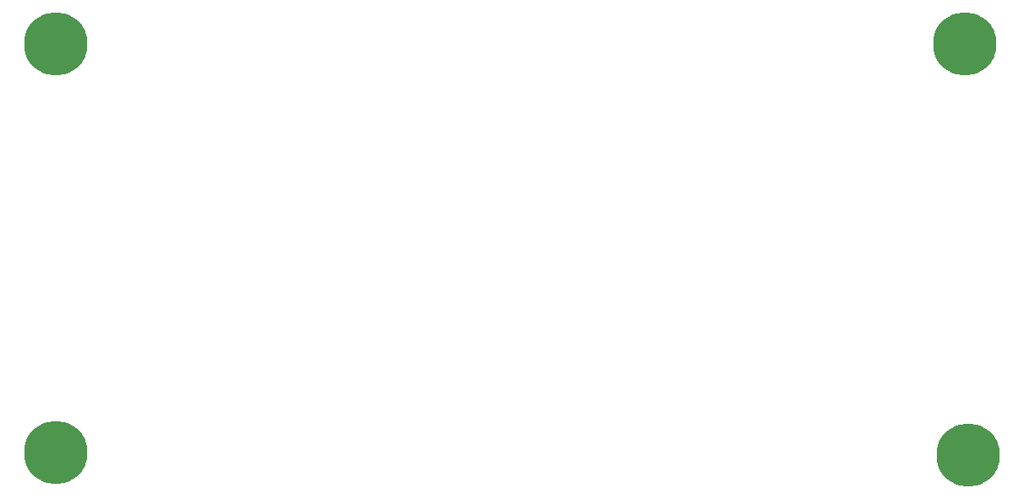
<source format=gbs>
%TF.GenerationSoftware,KiCad,Pcbnew,5.1.11-e4df9d881f~92~ubuntu20.04.1*%
%TF.CreationDate,2021-11-07T19:48:14-08:00*%
%TF.ProjectId,TeensyKeyerFrontPanel,5465656e-7379-44b6-9579-657246726f6e,rev?*%
%TF.SameCoordinates,PX4c4b400PY42c1d80*%
%TF.FileFunction,Soldermask,Bot*%
%TF.FilePolarity,Negative*%
%FSLAX46Y46*%
G04 Gerber Fmt 4.6, Leading zero omitted, Abs format (unit mm)*
G04 Created by KiCad (PCBNEW 5.1.11-e4df9d881f~92~ubuntu20.04.1) date 2021-11-07 19:48:14*
%MOMM*%
%LPD*%
G01*
G04 APERTURE LIST*
%ADD10C,6.350000*%
G04 APERTURE END LIST*
D10*
%TO.C,MH1*%
X95800000Y-45800000D03*
%TD*%
%TO.C,MH2*%
X95500000Y-4500000D03*
%TD*%
%TO.C,MH3*%
X4500000Y-4500000D03*
%TD*%
%TO.C,MH4*%
X4500000Y-45500000D03*
%TD*%
M02*

</source>
